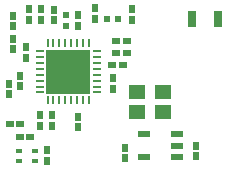
<source format=gtp>
%TF.GenerationSoftware,Altium Limited,Altium Designer,24.5.2 (23)*%
G04 Layer_Color=8421504*
%FSLAX45Y45*%
%MOMM*%
%TF.SameCoordinates,384E1868-2758-46BA-9D19-E3ED856206BE*%
%TF.FilePolarity,Positive*%
%TF.FileFunction,Paste,Top*%
%TF.Part,Single*%
G01*
G75*
%TA.AperFunction,SMDPad,CuDef*%
%ADD11R,0.62000X0.70000*%
%ADD12R,0.50000X0.30000*%
%ADD13R,0.65000X0.55000*%
%ADD14R,0.74000X1.47000*%
%ADD15R,0.70000X0.62000*%
%ADD16R,0.62000X0.59000*%
%ADD17R,0.59000X0.62000*%
%ADD18R,0.55000X0.65000*%
%ADD19R,1.00000X0.60000*%
%ADD20R,1.40000X1.20000*%
%ADD21O,0.25000X0.80000*%
%ADD22O,0.80000X0.25000*%
%ADD23R,3.70000X3.70000*%
D11*
X907350Y204091D02*
D03*
Y112091D02*
D03*
X734573Y1074119D02*
D03*
Y982118D02*
D03*
X953956Y501353D02*
D03*
Y409353D02*
D03*
X848207Y410411D02*
D03*
Y502411D02*
D03*
X1471201Y811753D02*
D03*
Y719753D02*
D03*
X758116Y1301741D02*
D03*
Y1393741D02*
D03*
X1169590Y1255872D02*
D03*
Y1347872D02*
D03*
X861478Y1394722D02*
D03*
Y1302722D02*
D03*
X971200Y1392398D02*
D03*
Y1300398D02*
D03*
X1317281Y1311717D02*
D03*
Y1403717D02*
D03*
X1625603Y1307984D02*
D03*
Y1399984D02*
D03*
X2173108Y148917D02*
D03*
Y240917D02*
D03*
X1569218Y131935D02*
D03*
Y223935D02*
D03*
D12*
X811041Y111824D02*
D03*
Y191771D02*
D03*
X671044Y111832D02*
D03*
Y191779D02*
D03*
D13*
X595698Y427398D02*
D03*
X680698D02*
D03*
X679124Y311085D02*
D03*
X764124D02*
D03*
D14*
X2357259Y1310876D02*
D03*
X2140259D02*
D03*
D15*
X1460124Y923569D02*
D03*
X1552124D02*
D03*
X1497355Y1025632D02*
D03*
X1589355D02*
D03*
X1498225Y1130034D02*
D03*
X1590225D02*
D03*
D16*
X1071398Y1253799D02*
D03*
Y1344799D02*
D03*
D17*
X1421198Y1310876D02*
D03*
X1512198D02*
D03*
D18*
X623159Y1249970D02*
D03*
Y1334970D02*
D03*
X680143Y831106D02*
D03*
Y746106D02*
D03*
X585435Y764027D02*
D03*
Y679027D02*
D03*
X622300Y1147400D02*
D03*
Y1062400D02*
D03*
X1168400Y487000D02*
D03*
Y402000D02*
D03*
D19*
X1733880Y145606D02*
D03*
Y335606D02*
D03*
X2008880D02*
D03*
Y240606D02*
D03*
Y145606D02*
D03*
D20*
X1891348Y524222D02*
D03*
Y694222D02*
D03*
X1671348Y524222D02*
D03*
Y694222D02*
D03*
D21*
X1264196Y1108287D02*
D03*
X1214196D02*
D03*
X1164196D02*
D03*
X1114196D02*
D03*
X1064196D02*
D03*
X1014196D02*
D03*
X964196D02*
D03*
X914196D02*
D03*
Y623287D02*
D03*
X964196D02*
D03*
X1014196D02*
D03*
X1064196D02*
D03*
X1114196D02*
D03*
X1164196D02*
D03*
X1214196D02*
D03*
X1264196D02*
D03*
D22*
X846696Y1040787D02*
D03*
Y990787D02*
D03*
Y940787D02*
D03*
Y890787D02*
D03*
Y840787D02*
D03*
Y790787D02*
D03*
Y740787D02*
D03*
Y690787D02*
D03*
X1331696D02*
D03*
Y740787D02*
D03*
Y790787D02*
D03*
Y840787D02*
D03*
Y890787D02*
D03*
Y940787D02*
D03*
Y990787D02*
D03*
Y1040787D02*
D03*
D23*
X1089196Y865787D02*
D03*
%TF.MD5,60817363e21600248f0f9574fae964d6*%
M02*

</source>
